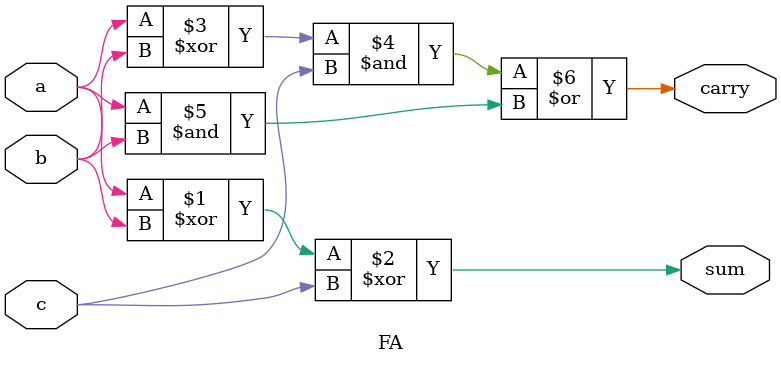
<source format=v>
`timescale 1ns / 1ps


module FA(input a,b,c,output sum,carry);
assign sum = (a^b)^c; 
assign carry=(a^b)&c |a&b;
endmodule

</source>
